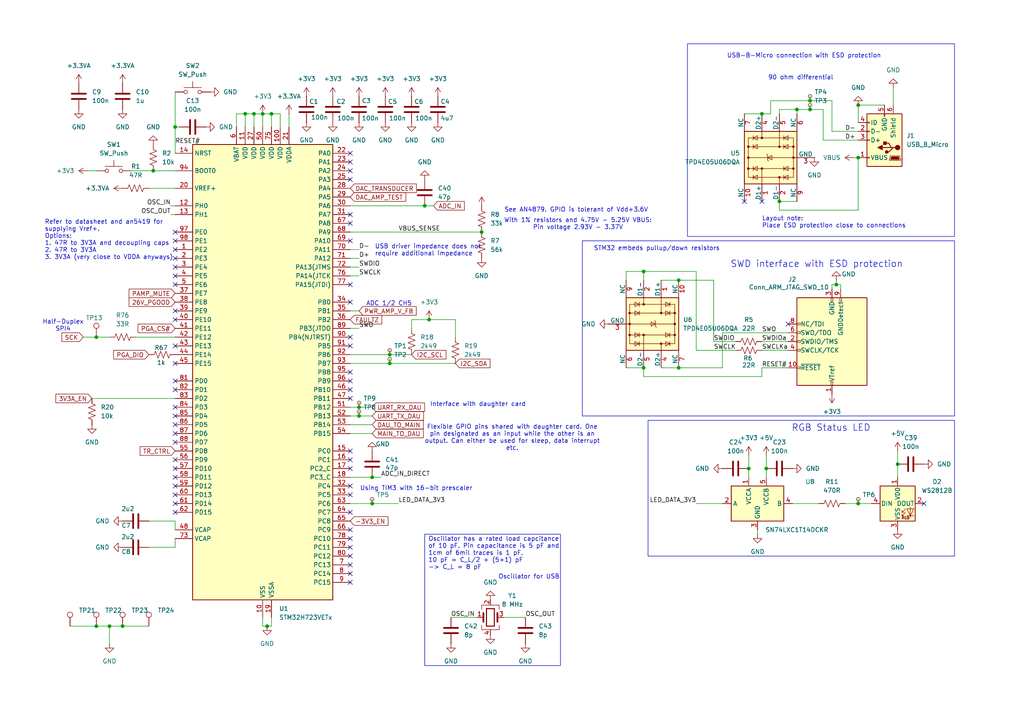
<source format=kicad_sch>
(kicad_sch (version 20231120) (generator "eeschema") (generator_version "8.0")
  (paper "A4")
  (title_block (title "Microcontroller and Associated Peripherals") (date "2025-01-17") (rev "1.3") (company "EV"))
  (junction (at 31.75 181.61))
  (junction (at 196.85 106.68))
  (junction (at 217.17 135.89))
  (junction (at 44.45 49.53))
  (junction (at 248.92 146.05))
  (junction (at 234.95 31.75))
  (junction (at 186.69 78.74))
  (junction (at 77.47 181.61))
  (junction (at 248.92 45.72))
  (junction (at 242.57 82.55))
  (junction (at 78.74 33.02))
  (junction (at 231.14 31.75))
  (junction (at 35.56 181.61))
  (junction (at 104.14 118.11))
  (junction (at 76.2 33.02))
  (junction (at 248.92 30.48))
  (junction (at 123.19 59.69))
  (junction (at 107.95 138.43))
  (junction (at 107.95 146.05))
  (junction (at 71.12 33.02))
  (junction (at 234.95 29.21))
  (junction (at 113.03 102.87))
  (junction (at 124.46 92.71))
  (junction (at 260.35 134.62))
  (junction (at 113.03 105.41))
  (junction (at 222.25 135.89))
  (junction (at 220.98 33.02))
  (junction (at 27.94 97.79))
  (junction (at 186.69 106.68))
  (junction (at 196.85 81.28))
  (junction (at 104.14 120.65))
  (junction (at 226.06 58.42))
  (junction (at 27.94 181.61))
  (junction (at 50.8 36.83))
  (junction (at 139.7 67.31))
  (junction (at 73.66 33.02))
  (no_connect (at 50.8 133.35))
  (no_connect (at 50.8 118.11))
  (no_connect (at 101.6 87.63))
  (no_connect (at 101.6 82.55))
  (no_connect (at 101.6 163.83))
  (no_connect (at 50.8 72.39))
  (no_connect (at 50.8 110.49))
  (no_connect (at 101.6 148.59))
  (no_connect (at 101.6 97.79))
  (no_connect (at 50.8 140.97))
  (no_connect (at 50.8 92.71))
  (no_connect (at 101.6 161.29))
  (no_connect (at 101.6 133.35))
  (no_connect (at 50.8 74.93))
  (no_connect (at 101.6 62.23))
  (no_connect (at 50.8 67.31))
  (no_connect (at 215.9 58.42))
  (no_connect (at 101.6 110.49))
  (no_connect (at 50.8 77.47))
  (no_connect (at 220.98 58.42))
  (no_connect (at 50.8 105.41))
  (no_connect (at 101.6 52.07))
  (no_connect (at 101.6 115.57))
  (no_connect (at 101.6 69.85))
  (no_connect (at 228.6 93.98))
  (no_connect (at 101.6 130.81))
  (no_connect (at 101.6 107.95))
  (no_connect (at 50.8 80.01))
  (no_connect (at 50.8 69.85))
  (no_connect (at 101.6 46.99))
  (no_connect (at 50.8 113.03))
  (no_connect (at 50.8 120.65))
  (no_connect (at 50.8 128.27))
  (no_connect (at 50.8 82.55))
  (no_connect (at 101.6 158.75))
  (no_connect (at 101.6 100.33))
  (no_connect (at 50.8 146.05))
  (no_connect (at 101.6 143.51))
  (no_connect (at 50.8 90.17))
  (no_connect (at 50.8 100.33))
  (no_connect (at 101.6 166.37))
  (no_connect (at 101.6 140.97))
  (no_connect (at 101.6 153.67))
  (no_connect (at 101.6 113.03))
  (no_connect (at 101.6 64.77))
  (no_connect (at 50.8 138.43))
  (no_connect (at 101.6 135.89))
  (no_connect (at 267.97 146.05))
  (no_connect (at 50.8 123.19))
  (no_connect (at 101.6 156.21))
  (no_connect (at 50.8 125.73))
  (no_connect (at 101.6 44.45))
  (no_connect (at 101.6 49.53))
  (no_connect (at 101.6 168.91))
  (no_connect (at 50.8 148.59))
  (no_connect (at 50.8 143.51))
  (no_connect (at 50.8 135.89))
  (wire (pts (xy 81.28 36.83) (xy 81.28 33.02)))
  (wire (pts (xy 107.95 123.19) (xy 101.6 123.19)))
  (wire (pts (xy 44.45 49.53) (xy 50.8 49.53)))
  (wire (pts (xy 71.12 33.02) (xy 71.12 36.83)))
  (wire (pts (xy 107.95 144.78) (xy 107.95 146.05)))
  (wire (pts (xy 73.66 36.83) (xy 73.66 33.02)))
  (wire (pts (xy 234.95 30.48) (xy 234.95 31.75)))
  (wire (pts (xy 241.3 38.1) (xy 248.92 38.1)))
  (wire (pts (xy 39.37 97.79) (xy 50.8 97.79)))
  (wire (pts (xy 217.17 132.08) (xy 217.17 135.89)))
  (wire (pts (xy 50.8 158.75) (xy 43.18 158.75)))
  (wire (pts (xy 222.25 132.08) (xy 222.25 135.89)))
  (wire (pts (xy 101.6 105.41) (xy 113.03 105.41)))
  (wire (pts (xy 259.08 25.4) (xy 259.08 30.48)))
  (wire (pts (xy 260.35 134.62) (xy 260.35 138.43)))
  (wire (pts (xy 27.94 181.61) (xy 31.75 181.61)))
  (wire (pts (xy 104.14 118.11) (xy 107.95 118.11)))
  (wire (pts (xy 181.61 78.74) (xy 186.69 78.74)))
  (wire (pts (xy 35.56 181.61) (xy 43.18 181.61)))
  (wire (pts (xy 219.71 154.94) (xy 219.71 153.67)))
  (wire (pts (xy 107.95 138.43) (xy 101.6 138.43)))
  (wire (pts (xy 101.6 59.69) (xy 123.19 59.69)))
  (wire (pts (xy 207.01 99.06) (xy 213.36 99.06)))
  (wire (pts (xy 76.2 179.07) (xy 76.2 181.61)))
  (wire (pts (xy 76.2 36.83) (xy 76.2 33.02)))
  (wire (pts (xy 50.8 153.67) (xy 50.8 151.13)))
  (wire (pts (xy 201.93 101.6) (xy 201.93 78.74)))
  (wire (pts (xy 191.77 106.68) (xy 196.85 106.68)))
  (wire (pts (xy 220.98 101.6) (xy 228.6 101.6)))
  (wire (pts (xy 68.58 33.02) (xy 71.12 33.02)))
  (wire (pts (xy 223.52 33.02) (xy 223.52 29.21)))
  (wire (pts (xy 101.6 118.11) (xy 104.14 118.11)))
  (wire (pts (xy 234.95 31.75) (xy 238.76 31.75)))
  (wire (pts (xy 226.06 58.42) (xy 226.06 60.96)))
  (wire (pts (xy 104.14 95.25) (xy 101.6 95.25)))
  (wire (pts (xy 78.74 181.61) (xy 77.47 181.61)))
  (wire (pts (xy 229.87 146.05) (xy 237.49 146.05)))
  (wire (pts (xy 107.95 146.05) (xy 101.6 146.05)))
  (wire (pts (xy 260.35 130.81) (xy 260.35 134.62)))
  (wire (pts (xy 191.77 81.28) (xy 196.85 81.28)))
  (wire (pts (xy 104.14 119.38) (xy 104.14 120.65)))
  (wire (pts (xy 241.3 82.55) (xy 242.57 82.55)))
  (wire (pts (xy 241.3 29.21) (xy 241.3 38.1)))
  (wire (pts (xy 186.69 106.68) (xy 186.69 109.22)))
  (wire (pts (xy 226.06 31.75) (xy 231.14 31.75)))
  (wire (pts (xy 231.14 31.75) (xy 231.14 33.02)))
  (wire (pts (xy 201.93 101.6) (xy 213.36 101.6)))
  (wire (pts (xy 113.03 105.41) (xy 132.08 105.41)))
  (wire (pts (xy 222.25 135.89) (xy 222.25 138.43)))
  (wire (pts (xy 31.75 181.61) (xy 35.56 181.61)))
  (wire (pts (xy 248.92 146.05) (xy 252.73 146.05)))
  (wire (pts (xy 223.52 29.21) (xy 234.95 29.21)))
  (wire (pts (xy 27.94 97.79) (xy 31.75 97.79)))
  (wire (pts (xy 201.93 78.74) (xy 186.69 78.74)))
  (wire (pts (xy 76.2 181.61) (xy 77.47 181.61)))
  (wire (pts (xy 50.8 156.21) (xy 50.8 158.75)))
  (wire (pts (xy 209.55 96.52) (xy 209.55 106.68)))
  (wire (pts (xy 207.01 81.28) (xy 207.01 99.06)))
  (wire (pts (xy 26.67 115.57) (xy 50.8 115.57)))
  (wire (pts (xy 104.14 116.84) (xy 104.14 118.11)))
  (wire (pts (xy 104.14 80.01) (xy 101.6 80.01)))
  (wire (pts (xy 209.55 106.68) (xy 196.85 106.68)))
  (wire (pts (xy 104.14 77.47) (xy 101.6 77.47)))
  (wire (pts (xy 123.19 59.69) (xy 125.73 59.69)))
  (wire (pts (xy 124.46 92.71) (xy 119.38 92.71)))
  (wire (pts (xy 226.06 33.02) (xy 226.06 31.75)))
  (wire (pts (xy 101.6 67.31) (xy 139.7 67.31)))
  (wire (pts (xy 104.14 90.17) (xy 101.6 90.17)))
  (wire (pts (xy 226.06 58.42) (xy 231.14 58.42)))
  (wire (pts (xy 119.38 92.71) (xy 119.38 95.25)))
  (wire (pts (xy 245.11 146.05) (xy 248.92 146.05)))
  (wire (pts (xy 231.14 31.75) (xy 234.95 31.75)))
  (wire (pts (xy 181.61 106.68) (xy 186.69 106.68)))
  (wire (pts (xy 215.9 33.02) (xy 220.98 33.02)))
  (wire (pts (xy 38.1 49.53) (xy 44.45 49.53)))
  (wire (pts (xy 113.03 102.87) (xy 119.38 102.87)))
  (wire (pts (xy 242.57 82.55) (xy 242.57 81.28)))
  (wire (pts (xy 50.8 36.83) (xy 50.8 44.45)))
  (wire (pts (xy 73.66 33.02) (xy 71.12 33.02)))
  (wire (pts (xy 234.95 29.21) (xy 241.3 29.21)))
  (wire (pts (xy 107.95 138.43) (xy 110.49 138.43)))
  (wire (pts (xy 132.08 97.79) (xy 132.08 92.71)))
  (wire (pts (xy 220.98 109.22) (xy 220.98 106.68)))
  (wire (pts (xy 101.6 102.87) (xy 113.03 102.87)))
  (wire (pts (xy 68.58 36.83) (xy 68.58 33.02)))
  (wire (pts (xy 248.92 144.78) (xy 248.92 146.05)))
  (wire (pts (xy 247.65 45.72) (xy 248.92 45.72)))
  (wire (pts (xy 78.74 179.07) (xy 78.74 181.61)))
  (wire (pts (xy 146.05 179.07) (xy 152.4 179.07)))
  (wire (pts (xy 107.95 125.73) (xy 101.6 125.73)))
  (wire (pts (xy 49.53 62.23) (xy 50.8 62.23)))
  (wire (pts (xy 78.74 36.83) (xy 78.74 33.02)))
  (wire (pts (xy 248.92 30.48) (xy 256.54 30.48)))
  (wire (pts (xy 220.98 99.06) (xy 228.6 99.06)))
  (wire (pts (xy 226.06 60.96) (xy 248.92 60.96)))
  (wire (pts (xy 196.85 81.28) (xy 207.01 81.28)))
  (wire (pts (xy 113.03 104.14) (xy 113.03 105.41)))
  (wire (pts (xy 31.75 186.69) (xy 31.75 181.61)))
  (wire (pts (xy 217.17 135.89) (xy 217.17 138.43)))
  (wire (pts (xy 241.3 83.82) (xy 241.3 82.55)))
  (wire (pts (xy 101.6 120.65) (xy 104.14 120.65)))
  (wire (pts (xy 43.18 54.61) (xy 50.8 54.61)))
  (wire (pts (xy 50.8 26.67) (xy 50.8 36.83)))
  (wire (pts (xy 238.76 31.75) (xy 238.76 40.64)))
  (wire (pts (xy 49.53 59.69) (xy 50.8 59.69)))
  (wire (pts (xy 238.76 40.64) (xy 248.92 40.64)))
  (wire (pts (xy 81.28 33.02) (xy 78.74 33.02)))
  (wire (pts (xy 248.92 30.48) (xy 248.92 35.56)))
  (wire (pts (xy 243.84 83.82) (xy 243.84 82.55)))
  (wire (pts (xy 234.95 27.94) (xy 234.95 29.21)))
  (wire (pts (xy 83.82 33.02) (xy 83.82 36.83)))
  (wire (pts (xy 186.69 81.28) (xy 186.69 78.74)))
  (wire (pts (xy 78.74 33.02) (xy 76.2 33.02)))
  (wire (pts (xy 181.61 81.28) (xy 181.61 78.74)))
  (wire (pts (xy 24.13 97.79) (xy 27.94 97.79)))
  (wire (pts (xy 243.84 82.55) (xy 242.57 82.55)))
  (wire (pts (xy 101.6 72.39) (xy 104.14 72.39)))
  (wire (pts (xy 50.8 36.83) (xy 52.07 36.83)))
  (wire (pts (xy 50.8 151.13) (xy 43.18 151.13)))
  (wire (pts (xy 115.57 146.05) (xy 107.95 146.05)))
  (wire (pts (xy 220.98 106.68) (xy 228.6 106.68)))
  (wire (pts (xy 76.2 33.02) (xy 73.66 33.02)))
  (wire (pts (xy 20.32 181.61) (xy 27.94 181.61)))
  (wire (pts (xy 101.6 74.93) (xy 104.14 74.93)))
  (wire (pts (xy 113.03 101.6) (xy 113.03 102.87)))
  (wire (pts (xy 27.94 49.53) (xy 25.4 49.53)))
  (wire (pts (xy 248.92 60.96) (xy 248.92 45.72)))
  (wire (pts (xy 201.93 146.05) (xy 209.55 146.05)))
  (wire (pts (xy 107.95 120.65) (xy 104.14 120.65)))
  (wire (pts (xy 130.81 179.07) (xy 138.43 179.07)))
  (wire (pts (xy 220.98 33.02) (xy 223.52 33.02)))
  (wire (pts (xy 132.08 92.71) (xy 124.46 92.71)))
  (wire (pts (xy 209.55 96.52) (xy 228.6 96.52)))
  (wire (pts (xy 186.69 109.22) (xy 220.98 109.22)))
  (rectangle (start 168.91 69.85) (end 276.86 120.65))
  (rectangle (start 199.39 12.7) (end 276.86 68.58))
  (rectangle (start 123.19 154.94) (end 162.56 193.04))
  (rectangle (start 187.96 121.92) (end 276.86 161.29))
  (text "RGB Status LED" (at 241.046 124.206 0) (effects (font (size 1.905 1.905))))
  (text "Refer to datasheet and an5419 for \nsupplying Vref+.\nOptions: \n1. 47R to 3V3A and decoupling caps\n2. 47R to 3V3A\n3. 3V3A (very close to VDDA anyways)" (at 12.954 69.596 0) (effects (font (size 1.27 1.27)) (justify left)))
  (text "USB-B-Micro connection with ESD protection" (at 210.82 16.256 0) (effects (font (size 1.27 1.27)) (justify left)))
  (text "Oscillator has a rated load capcitance\nof 10 pF. Pin capacitance is 5 pF and\n1cm of 6mil traces is 1 pF.\n10 pF = C_L/2 + (5+1) pF\n-> C_L = 8 pF" (at 124.206 160.528 0) (effects (font (size 1.27 1.27)) (justify left)))
  (text "See AN4879. GPIO is tolerant of Vdd+3.6V" (at 167.132 60.96 0) (effects (font (size 1.27 1.27))))
  (text "With 1% resistors and 4.75V - 5.25V VBUS:\nPin voltage 2.93V - 3.37V" (at 167.64 65.024 0) (effects (font (size 1.27 1.27))))
  (text "STM32 embeds pullup/down resistors" (at 190.5 72.136 0) (effects (font (size 1.27 1.27))))
  (text "Half-Duplex\nSPI4" (at 18.288 94.488 0) (effects (font (size 1.27 1.27))))
  (text "ADC 1/2 CH5" (at 106.172 88.138 0) (effects (font (size 1.27 1.27)) (justify left)))
  (text "Flexible GPIO pins shared with daughter card. One\npin designated as an input while the other is an\noutput. Can either be used for sleep, data interrupt\netc." (at 148.59 127 0) (effects (font (size 1.27 1.27))))
  (text "Interface with daughter card" (at 124.714 117.348 0) (effects (font (size 1.27 1.27)) (justify left)))
  (text "Using TIM3 with 16-bit prescaler" (at 104.394 141.732 0) (effects (font (size 1.27 1.27)) (justify left)))
  (text "90 ohm differential" (at 222.758 22.606 0) (effects (font (size 1.27 1.27)) (justify left)))
  (text "SWD interface with ESD protection" (at 211.836 76.708 0) (effects (font (size 1.905 1.905)) (justify left)))
  (text "Layout note: \nPlace ESD protection close to connections" (at 220.98 64.516 0) (effects (font (size 1.27 1.27)) (justify left)))
  (text "USB driver impedance does not \nrequire additional impedance" (at 108.712 72.644 0) (effects (font (size 1.27 1.27)) (justify left)))
  (text "Oscillator for USB" (at 144.526 167.386 0) (effects (font (size 1.27 1.27)) (justify left)))
  (label "RESET#" (at 50.8 41.91 0))
  (label "OSC_IN" (at 49.53 59.69 180))
  (label "ADC_IN_DIRECT" (at 110.49 138.43 0))
  (label "LED_DATA_3V3" (at 201.93 146.05 180))
  (label "LED_DATA_3V3" (at 115.57 146.05 0))
  (label "OSC_IN" (at 130.81 179.07 0))
  (label "RESET#" (at 220.98 106.68 0))
  (label "SWDIOa" (at 220.98 99.06 0))
  (label "OSC_OUT" (at 152.4 179.07 0))
  (label "SWO" (at 104.14 95.25 0))
  (label "OSC_OUT" (at 49.53 62.23 180))
  (label "D-" (at 245.11 38.1 0))
  (label "D+" (at 245.11 40.64 0))
  (label "VBUS_SENSE" (at 115.57 67.31 0))
  (label "SWO" (at 220.98 96.52 0))
  (label "SWCLKa" (at 220.98 101.6 0))
  (label "SWCLK" (at 104.14 80.01 0))
  (label "D-" (at 104.14 72.39 0))
  (label "SWDIO" (at 104.14 77.47 0))
  (label "D+" (at 104.14 74.93 0))
  (label "SWDIO" (at 207.01 99.06 0))
  (label "SWCLK" (at 207.01 101.6 0))
  (global_label "PAMP_MUTE" (shape input) (at 50.8 85.09 180) (property "Intersheetrefs" "${INTERSHEET_REFS}" (effects (hide yes))))
  (global_label "DAC_TRANSDUCER" (shape input) (at 101.6 54.61 0) (property "Intersheetrefs" "${INTERSHEET_REFS}" (effects (hide yes))))
  (global_label "DAU_TO_MAIN" (shape input) (at 107.95 123.19 0) (property "Intersheetrefs" "${INTERSHEET_REFS}" (effects (hide yes))))
  (global_label "MAIN_TO_DAU" (shape input) (at 107.95 125.73 0) (property "Intersheetrefs" "${INTERSHEET_REFS}" (effects (hide yes))))
  (global_label "SCK" (shape input) (at 24.13 97.79 180) (property "Intersheetrefs" "${INTERSHEET_REFS}" (effects (hide yes))))
  (global_label "UART_RX_DAU" (shape input) (at 107.95 118.11 0) (property "Intersheetrefs" "${INTERSHEET_REFS}" (effects (hide yes))))
  (global_label "DAC_AMP_TEST" (shape input) (at 101.6 57.15 0) (property "Intersheetrefs" "${INTERSHEET_REFS}" (effects (hide yes))))
  (global_label "FAULTZ" (shape input) (at 101.6 92.71 0) (property "Intersheetrefs" "${INTERSHEET_REFS}" (effects (hide yes))))
  (global_label "UART_TX_DAU" (shape input) (at 107.95 120.65 0) (property "Intersheetrefs" "${INTERSHEET_REFS}" (effects (hide yes))))
  (global_label "PGA_DIO" (shape input) (at 43.18 102.87 180) (property "Intersheetrefs" "${INTERSHEET_REFS}" (effects (hide yes))))
  (global_label "TR_CTRL" (shape input) (at 50.8 130.81 180) (property "Intersheetrefs" "${INTERSHEET_REFS}" (effects (hide yes))))
  (global_label "PGA_CS#" (shape input) (at 50.8 95.25 180) (property "Intersheetrefs" "${INTERSHEET_REFS}" (effects (hide yes))))
  (global_label "I2C_SDA" (shape input) (at 132.08 105.41 0) (property "Intersheetrefs" "${INTERSHEET_REFS}" (effects (hide yes))))
  (global_label "PWR_AMP_V_FB" (shape input) (at 104.14 90.17 0) (property "Intersheetrefs" "${INTERSHEET_REFS}" (effects (hide yes))))
  (global_label "-3V3_EN" (shape input) (at 101.6 151.13 0) (property "Intersheetrefs" "${INTERSHEET_REFS}" (effects (hide yes))))
  (global_label "26V_PGOOD" (shape input) (at 50.8 87.63 180) (property "Intersheetrefs" "${INTERSHEET_REFS}" (effects (hide yes))))
  (global_label "3V3A_EN" (shape input) (at 26.67 115.57 180) (property "Intersheetrefs" "${INTERSHEET_REFS}" (effects (hide yes))))
  (global_label "ADC_IN" (shape input) (at 125.73 59.69 0) (property "Intersheetrefs" "${INTERSHEET_REFS}" (effects (hide yes))))
  (global_label "I2C_SCL" (shape input) (at 119.38 102.87 0) (property "Intersheetrefs" "${INTERSHEET_REFS}" (effects (hide yes))))
  (symbol (lib_id "power:GND") (at 35.56 31.75 0) (unit 1)
    (property "Reference" "#PWR021" (effects (hide yes)))
    (property "Value" "GND" (at 35.56 36.83 0))
    (property "Description" "Power symbol creates a global label with name \"GND\" , ground" (effects (hide yes)))
  )
  (symbol (lib_id "UAM_symbols:C") (at 130.81 182.88 0) (unit 1)
    (property "Reference" "C42" (at 134.62 181.6099 0) (effects (justify left)))
    (property "Value" "8p" (at 134.62 184.1499 0) (effects (justify left)))
    (property "Footprint" "Capacitor_SMD:C_0603_1608Metric_Pad1.08x0.95mm_HandSolder" (effects (hide yes)))
    (property "Description" "Unpolarized capacitor" (effects (hide yes)))
  )
  (symbol (lib_id "power:GND") (at 259.08 25.4 180) (unit 1)
    (property "Reference" "#PWR026" (effects (hide yes)))
    (property "Value" "GND" (at 259.08 20.32 0))
    (property "Description" "Power symbol creates a global label with name \"GND\" , ground" (effects (hide yes)))
  )
  (symbol (lib_id "UAM_symbols:C") (at 111.76 31.75 0) (unit 1)
    (property "Reference" "C5" (at 112.522 29.464 0) (effects (justify left)))
    (property "Value" "100n" (at 112.776 34.29 0) (effects (justify left)))
    (property "Footprint" "Capacitor_SMD:C_0603_1608Metric_Pad1.08x0.95mm_HandSolder" (effects (hide yes)))
    (property "Description" "Unpolarized capacitor" (effects (hide yes)))
  )
  (symbol (lib_id "UAM_symbols:C") (at 107.95 134.62 0) (unit 1)
    (property "Reference" "C41" (at 111.76 133.3499 0) (effects (justify left)))
    (property "Value" "47p" (at 111.76 135.636 0) (effects (justify left)))
    (property "Footprint" "Capacitor_SMD:C_0603_1608Metric_Pad1.08x0.95mm_HandSolder" (effects (hide yes)))
    (property "Description" "Unpolarized capacitor" (effects (hide yes)))
  )
  (symbol (lib_id "UAM_symbols:SW_Push") (at 33.02 49.53 0) (unit 1)
    (property "Reference" "SW1" (at 33.02 41.91 0))
    (property "Value" "SW_Push" (at 33.02 44.45 0))
    (property "Footprint" "Switches:EVP-AWED4A (3.00mm x 2.00mm)" (effects (hide yes)))
    (property "Description" "Push button switch, generic, two pins" (effects (hide yes)))
  )
  (symbol (lib_id "power:GND") (at 31.75 186.69 0) (unit 1)
    (property "Reference" "#PWR0170" (effects (hide yes)))
    (property "Value" "GND" (at 31.75 191.77 0))
    (property "Description" "Power symbol creates a global label with name \"GND\" , ground" (effects (hide yes)))
  )
  (symbol (lib_id "UAM_symbols:TestPoint_Small") (at 113.03 101.6 0) (unit 1)
    (property "Reference" "TP1" (at 114.3 100.3299 0) (effects (justify left)))
    (property "Value" "TestPoint_Small" (effects (hide yes)))
    (property "Footprint" "TestPoint:TestPoint_Pad_D1.0mm" (effects (hide yes)))
    (property "Description" "test point" (effects (hide yes)))
  )
  (symbol (lib_id "UAM_symbols:C") (at 226.06 135.89 90) (unit 1)
    (property "Reference" "C23" (at 226.06 128.27 90))
    (property "Value" "100n" (at 226.06 130.81 90))
    (property "Footprint" "Capacitor_SMD:C_0603_1608Metric_Pad1.08x0.95mm_HandSolder" (effects (hide yes)))
    (property "Description" "Unpolarized capacitor" (effects (hide yes)))
  )
  (symbol (lib_id "UAM_symbols:R_US") (at 139.7 71.12 0) (unit 1)
    (property "Reference" "R7" (at 142.24 69.8499 0) (effects (justify left)))
    (property "Value" "56k" (at 142.24 72.3899 0) (effects (justify left)))
    (property "Footprint" "Resistor_SMD:R_0603_1608Metric_Pad0.98x0.95mm_HandSolder" (effects (hide yes)))
    (property "Description" "Resistor, US symbol" (effects (hide yes)))
  )
  (symbol (lib_id "UAM_symbols:TestPoint") (at 27.94 97.79 0) (unit 1)
    (property "Reference" "TP13" (at 24.892 92.202 0) (effects (justify left)))
    (property "Value" "TestPoint" (effects (hide yes)))
    (property "Footprint" "TestPoint:TestPoint_Pad_D1.0mm" (effects (hide yes)))
    (property "Description" "test point" (effects (hide yes)))
  )
  (symbol (lib_id "UAM_symbols:TestPoint") (at 20.32 181.61 0) (unit 1)
    (property "Reference" "TP21" (at 22.86 177.0379 0) (effects (justify left)))
    (property "Value" "TestPoint" (effects (hide yes)))
    (property "Footprint" "TestPoint:TestPoint_Pad_D1.0mm" (effects (hide yes)))
    (property "Description" "test point" (effects (hide yes)))
  )
  (symbol (lib_id "power:GND") (at 119.38 35.56 0) (unit 1)
    (property "Reference" "#PWR013" (effects (hide yes)))
    (property "Value" "GND" (at 119.38 40.64 0))
    (property "Description" "Power symbol creates a global label with name \"GND\" , ground" (effects (hide yes)))
  )
  (symbol (lib_id "power:GND") (at 260.35 153.67 0) (unit 1)
    (property "Reference" "#PWR068" (effects (hide yes)))
    (property "Value" "GND" (at 260.35 158.75 0))
    (property "Description" "Power symbol creates a global label with name \"GND\" , ground" (effects (hide yes)))
  )
  (symbol (lib_id "UAM_symbols:R_US") (at 39.37 54.61 270) (unit 1)
    (property "Reference" "R1" (at 39.37 48.26 90))
    (property "Value" "47R" (at 39.37 50.8 90))
    (property "Footprint" "Resistor_SMD:R_0603_1608Metric_Pad0.98x0.95mm_HandSolder" (effects (hide yes)))
    (property "Description" "Resistor, US symbol" (effects (hide yes)))
  )
  (symbol (lib_id "UAM_symbols:R_US") (at 139.7 63.5 0) (unit 1)
    (property "Reference" "R8" (at 142.24 62.2299 0) (effects (justify left)))
    (property "Value" "33k" (at 142.24 64.7699 0) (effects (justify left)))
    (property "Footprint" "Resistor_SMD:R_0603_1608Metric_Pad0.98x0.95mm_HandSolder" (effects (hide yes)))
    (property "Description" "Resistor, US symbol" (effects (hide yes)))
  )
  (symbol (lib_id "UAM_symbols:Crystal_GND24") (at 142.24 179.07 0) (unit 1)
    (property "Reference" "Y1" (at 148.59 172.7514 0))
    (property "Value" "8 MHz" (at 148.59 175.2914 0))
    (property "Footprint" "Crystal:Crystal_SMD_5032-4Pin_5.0x3.2mm" (effects (hide yes)))
    (property "Description" "ECS-80-10-30B-CWN-TR" (effects (hide yes)))
  )
  (symbol (lib_id "power:+3V3") (at 111.76 27.94 0) (unit 1)
    (property "Reference" "#PWR010" (effects (hide yes)))
    (property "Value" "+3V3" (at 111.76 22.86 0))
    (property "Description" "Power symbol creates a global label with name \"+3V3\"" (effects (hide yes)))
  )
  (symbol (lib_id "UAM_symbols:WS2812B") (at 260.35 146.05 0) (unit 1)
    (property "Reference" "D2" (at 271.78 139.7314 0))
    (property "Value" "WS2812B" (at 271.78 142.2714 0))
    (property "Footprint" "LED_SMD:LED_WS2812B_PLCC4_5.0x5.0mm_P3.2mm" (effects (hide yes)))
    (property "Datasheet" "https://cdn-shop.adafruit.com/datasheets/WS2812B.pdf" (effects (hide yes)))
    (property "Description" "RGB LED with integrated controller" (effects (hide yes)))
  )
  (symbol (lib_id "UAM_symbols:STM32H723VETx") (at 76.2 107.95 0) (unit 1)
    (property "Reference" "U1" (at 80.9341 176.53 0) (effects (justify left)))
    (property "Value" "STM32H723VETx" (at 80.9341 179.07 0) (effects (justify left)))
    (property "Footprint" "Package_QFP:LQFP-100_14x14mm_P0.5mm" (effects (hide yes)))
    (property "Datasheet" "https://www.st.com/resource/en/datasheet/stm32h723ve.pdf" (effects (hide yes)))
    (property "Description" "STMicroelectronics Arm Cortex-M7 MCU, 512KB flash, 564KB RAM, 550 MHz, 1.71-3.6V, 82 GPIO, LQFP100" (effects (hide yes)))
  )
  (symbol (lib_id "UAM_symbols:C") (at 55.88 36.83 90) (unit 1)
    (property "Reference" "C13" (at 55.88 29.21 90))
    (property "Value" "100n" (at 55.88 31.75 90))
    (property "Footprint" "Capacitor_SMD:C_0603_1608Metric_Pad1.08x0.95mm_HandSolder" (effects (hide yes)))
    (property "Description" "Unpolarized capacitor" (effects (hide yes)))
  )
  (symbol (lib_id "power:+5V") (at 260.35 130.81 0) (unit 1)
    (property "Reference" "#PWR069" (effects (hide yes)))
    (property "Value" "+5V" (at 260.35 125.73 0))
    (property "Description" "Power symbol creates a global label with name \"+5V\"" (effects (hide yes)))
  )
  (symbol (lib_id "UAM_symbols:TestPoint_Small") (at 234.95 30.48 0) (unit 1)
    (property "Reference" "TP3" (at 236.22 29.2099 0) (effects (justify left)))
    (property "Value" "TestPoint_Small" (effects (hide yes)))
    (property "Footprint" "TestPoint:TestPoint_Pad_D1.0mm" (effects (hide yes)))
    (property "Description" "test point" (effects (hide yes)))
  )
  (symbol (lib_id "UAM_symbols:C") (at 22.86 27.94 0) (unit 1)
    (property "Reference" "C9" (at 26.67 26.6699 0) (effects (justify left)))
    (property "Value" "100n" (at 26.67 29.2099 0) (effects (justify left)))
    (property "Footprint" "Capacitor_SMD:C_0603_1608Metric_Pad1.08x0.95mm_HandSolder" (effects (hide yes)))
    (property "Description" "Unpolarized capacitor" (effects (hide yes)))
  )
  (symbol (lib_id "power:GND") (at 242.57 81.28 180) (unit 1)
    (property "Reference" "#PWR032" (effects (hide yes)))
    (property "Value" "GND" (at 246.126 79.502 0))
    (property "Description" "Power symbol creates a global label with name \"GND\" , ground" (effects (hide yes)))
  )
  (symbol (lib_id "power:GND") (at 77.47 181.61 0) (unit 1)
    (property "Reference" "#PWR014" (effects (hide yes)))
    (property "Value" "GND" (at 77.47 186.69 0))
    (property "Description" "Power symbol creates a global label with name \"GND\" , ground" (effects (hide yes)))
  )
  (symbol (lib_id "power:+3V3") (at 127 27.94 0) (unit 1)
    (property "Reference" "#PWR08" (effects (hide yes)))
    (property "Value" "+3V3" (at 127 22.86 0))
    (property "Description" "Power symbol creates a global label with name \"+3V3\"" (effects (hide yes)))
  )
  (symbol (lib_id "power:GND") (at 22.86 31.75 0) (unit 1)
    (property "Reference" "#PWR019" (effects (hide yes)))
    (property "Value" "GND" (at 22.86 36.83 0))
    (property "Description" "Power symbol creates a global label with name \"GND\" , ground" (effects (hide yes)))
  )
  (symbol (lib_id "UAM_symbols:SW_Push") (at 55.88 26.67 0) (unit 1)
    (property "Reference" "SW2" (at 55.88 19.05 0))
    (property "Value" "SW_Push" (at 55.88 21.59 0))
    (property "Footprint" "Switches:EVP-AWED4A (3.00mm x 2.00mm)" (effects (hide yes)))
    (property "Description" "Push button switch, generic, two pins" (effects (hide yes)))
  )
  (symbol (lib_id "power:GND") (at 176.53 93.98 270) (unit 1)
    (property "Reference" "#PWR064" (effects (hide yes)))
    (property "Value" "GND" (at 172.72 93.9799 90) (effects (justify right)))
    (property "Description" "Power symbol creates a global label with name \"GND\" , ground" (effects (hide yes)))
  )
  (symbol (lib_id "UAM_symbols:C") (at 213.36 135.89 90) (unit 1)
    (property "Reference" "C24" (at 213.36 128.27 90))
    (property "Value" "100n" (at 213.36 130.81 90))
    (property "Footprint" "Capacitor_SMD:C_0603_1608Metric_Pad1.08x0.95mm_HandSolder" (effects (hide yes)))
    (property "Description" "Unpolarized capacitor" (effects (hide yes)))
  )
  (symbol (lib_id "UAM_symbols:Conn_ARM_JTAG_SWD_10") (at 241.3 99.06 180) (unit 1)
    (property "Reference" "J2" (at 228.6 81.026 0) (effects (justify right)))
    (property "Value" "Conn_ARM_JTAG_SWD_10" (at 217.17 83.312 0) (effects (justify right)))
    (property "Footprint" "Connector_PinHeader_1.27mm:PinHeader_2x05_P1.27mm_Vertical" (effects (hide yes)))
    (property "Datasheet" "http://infocenter.arm.com/help/topic/com.arm.doc.ddi0314h/DDI0314H_coresight_components_trm.pdf" (effects (hide yes)))
    (property "Description" "Cortex Debug Connector, standard ARM Cortex-M SWD and JTAG interface" (effects (hide yes)))
  )
  (symbol (lib_id "UAM_symbols:USB_B_Micro") (at 256.54 40.64 180) (unit 1)
    (property "Reference" "J1" (at 262.89 39.3699 0) (effects (justify right)))
    (property "Value" "USB_B_Micro" (at 262.89 41.9099 0) (effects (justify right)))
    (property "Footprint" "Connector_USB:USB_Micro-B_Amphenol_10118193-0001LF_Horizontal" (effects (hide yes)))
    (property "Description" "USB Micro Type B connector" (effects (hide yes)))
  )
  (symbol (lib_id "power:+3V3") (at 96.52 27.94 0) (unit 1)
    (property "Reference" "#PWR04" (effects (hide yes)))
    (property "Value" "+3V3" (at 96.52 22.86 0))
    (property "Description" "Power symbol creates a global label with name \"+3V3\"" (effects (hide yes)))
  )
  (symbol (lib_id "power:+3.3VA") (at 35.56 54.61 90) (unit 1)
    (property "Reference" "#PWR022" (effects (hide yes)))
    (property "Value" "+3.3VA" (at 31.75 54.6099 90) (effects (justify left)))
    (property "Description" "Power symbol creates a global label with name \"+3.3VA\"" (effects (hide yes)))
  )
  (symbol (lib_id "power:+3V3") (at 88.9 27.94 0) (unit 1)
    (property "Reference" "#PWR02" (effects (hide yes)))
    (property "Value" "+3V3" (at 88.9 22.86 0))
    (property "Description" "Power symbol creates a global label with name \"+3V3\"" (effects (hide yes)))
  )
  (symbol (lib_id "power:GND") (at 248.92 30.48 180) (unit 1)
    (property "Reference" "#PWR028" (effects (hide yes)))
    (property "Value" "GND" (at 248.92 25.4 0))
    (property "Description" "Power symbol creates a global label with name \"GND\" , ground" (effects (hide yes)))
  )
  (symbol (lib_id "UAM_symbols:C") (at 35.56 27.94 0) (unit 1)
    (property "Reference" "C10" (at 39.37 26.6699 0) (effects (justify left)))
    (property "Value" "1u" (at 39.37 29.2099 0) (effects (justify left)))
    (property "Footprint" "Capacitor_SMD:C_0603_1608Metric_Pad1.08x0.95mm_HandSolder" (effects (hide yes)))
    (property "Description" "Unpolarized capacitor" (effects (hide yes)))
  )
  (symbol (lib_id "power:GND") (at 142.24 173.99 180) (unit 1)
    (property "Reference" "#PWR082" (effects (hide yes)))
    (property "Value" "GND" (at 142.24 168.91 0))
    (property "Description" "Power symbol creates a global label with name \"GND\" , ground" (effects (hide yes)))
  )
  (symbol (lib_id "UAM_symbols:R_US") (at 26.67 119.38 180) (unit 1)
    (property "Reference" "R20" (at 29.21 118.1099 0) (effects (justify right)))
    (property "Value" "10k" (at 29.21 120.6499 0) (effects (justify right)))
    (property "Footprint" "Resistor_SMD:R_0603_1608Metric_Pad0.98x0.95mm_HandSolder" (effects (hide yes)))
    (property "Description" "Resistor, US symbol" (effects (hide yes)))
  )
  (symbol (lib_id "UAM_symbols:C") (at 88.9 31.75 0) (unit 1)
    (property "Reference" "C1" (at 89.662 29.464 0) (effects (justify left)))
    (property "Value" "100n" (at 90.17 34.036 0) (effects (justify left)))
    (property "Footprint" "Capacitor_SMD:C_0603_1608Metric_Pad1.08x0.95mm_HandSolder" (effects (hide yes)))
    (property "Description" "Unpolarized capacitor" (effects (hide yes)))
  )
  (symbol (lib_id "UAM_symbols:TestPoint") (at 35.56 181.61 0) (unit 1)
    (property "Reference" "TP23" (at 38.1 177.0379 0) (effects (justify left)))
    (property "Value" "TestPoint" (effects (hide yes)))
    (property "Footprint" "TestPoint:TestPoint_Pad_D1.0mm" (effects (hide yes)))
    (property "Description" "test point" (effects (hide yes)))
  )
  (symbol (lib_id "UAM_symbols:C") (at 127 31.75 0) (unit 1)
    (property "Reference" "C4" (at 127.762 29.464 0) (effects (justify left)))
    (property "Value" "4u7" (at 127.762 34.29 0) (effects (justify left)))
    (property "Footprint" "Capacitor_SMD:C_0603_1608Metric_Pad1.08x0.95mm_HandSolder" (effects (hide yes)))
    (property "Description" "Unpolarized capacitor" (effects (hide yes)))
  )
  (symbol (lib_id "UAM_symbols:C") (at 264.16 134.62 90) (unit 1)
    (property "Reference" "C39" (at 264.16 127 90))
    (property "Value" "100n" (at 264.16 129.54 90))
    (property "Footprint" "Capacitor_SMD:C_0603_1608Metric_Pad1.08x0.95mm_HandSolder" (effects (hide yes)))
    (property "Description" "Unpolarized capacitor" (effects (hide yes)))
  )
  (symbol (lib_id "UAM_symbols:R_US") (at 35.56 97.79 90) (unit 1)
    (property "Reference" "R76" (at 35.56 91.44 90))
    (property "Value" "33R" (at 35.56 93.98 90))
    (property "Footprint" "Resistor_SMD:R_0603_1608Metric_Pad0.98x0.95mm_HandSolder" (effects (hide yes)))
    (property "Description" "Resistor, US symbol" (effects (hide yes)))
  )
  (symbol (lib_id "UAM_symbols:R_US") (at 44.45 45.72 0) (unit 1)
    (property "Reference" "R2" (at 46.99 44.4499 0) (effects (justify left)))
    (property "Value" "10k" (at 46.99 46.9899 0) (effects (justify left)))
    (property "Footprint" "Resistor_SMD:R_0603_1608Metric_Pad0.98x0.95mm_HandSolder" (effects (hide yes)))
    (property "Description" "Resistor, US symbol" (effects (hide yes)))
  )
  (symbol (lib_id "power:+3.3VA") (at 35.56 24.13 0) (unit 1)
    (property "Reference" "#PWR020" (effects (hide yes)))
    (property "Value" "+3.3VA" (at 35.56 19.05 0))
    (property "Description" "Power symbol creates a global label with name \"+3.3VA\"" (effects (hide yes)))
  )
  (symbol (lib_id "power:GND") (at 88.9 35.56 0) (unit 1)
    (property "Reference" "#PWR03" (effects (hide yes)))
    (property "Value" "GND" (at 88.9 40.64 0))
    (property "Description" "Power symbol creates a global label with name \"GND\" , ground" (effects (hide yes)))
  )
  (symbol (lib_id "power:+3V3") (at 76.2 33.02 0) (unit 1)
    (property "Reference" "#PWR01" (effects (hide yes)))
    (property "Value" "+3V3" (at 76.2 27.94 0))
    (property "Description" "Power symbol creates a global label with name \"+3V3\"" (effects (hide yes)))
  )
  (symbol (lib_id "power:+3V3") (at 25.4 49.53 90) (unit 1)
    (property "Reference" "#PWR027" (effects (hide yes)))
    (property "Value" "+3V3" (at 21.59 49.5299 90) (effects (justify left)))
    (property "Description" "Power symbol creates a global label with name \"+3V3\"" (effects (hide yes)))
  )
  (symbol (lib_id "power:VBUS") (at 139.7 59.69 0) (unit 1)
    (property "Reference" "#PWR031" (effects (hide yes)))
    (property "Value" "VBUS" (effects (hide yes)))
    (property "Description" "Power symbol creates a global label with name \"VBUS\"" (effects (hide yes)))
  )
  (symbol (lib_id "power:+5V") (at 222.25 132.08 0) (unit 1)
    (property "Reference" "#PWR046" (effects (hide yes)))
    (property "Value" "+5V" (at 222.25 127 0))
    (property "Description" "Power symbol creates a global label with name \"+5V\"" (effects (hide yes)))
  )
  (symbol (lib_id "power:GND") (at 60.96 26.67 90) (unit 1)
    (property "Reference" "#PWR034" (effects (hide yes)))
    (property "Value" "GND" (at 64.77 26.6699 90) (effects (justify right)))
    (property "Description" "Power symbol creates a global label with name \"GND\" , ground" (effects (hide yes)))
  )
  (symbol (lib_id "power:VBUS") (at 247.65 45.72 90) (unit 1)
    (property "Reference" "#PWR029" (effects (hide yes)))
    (property "Value" "VBUS" (at 243.84 45.7199 90) (effects (justify left)))
    (property "Description" "Power symbol creates a global label with name \"VBUS\"" (effects (hide yes)))
  )
  (symbol (lib_id "power:GND") (at 35.56 158.75 270) (unit 1)
    (property "Reference" "#PWR016" (effects (hide yes)))
    (property "Value" "GND" (at 31.75 158.7499 90) (effects (justify right)))
    (property "Description" "Power symbol creates a global label with name \"GND\" , ground" (effects (hide yes)))
  )
  (symbol (lib_id "power:+3V3") (at 104.14 27.94 0) (unit 1)
    (property "Reference" "#PWR06" (effects (hide yes)))
    (property "Value" "+3V3" (at 104.14 22.86 0))
    (property "Description" "Power symbol creates a global label with name \"+3V3\"" (effects (hide yes)))
  )
  (symbol (lib_id "UAM_symbols:R_US") (at 241.3 146.05 90) (unit 1)
    (property "Reference" "R11" (at 241.3 139.7 90))
    (property "Value" "470R" (at 241.3 142.24 90))
    (property "Footprint" "Resistor_SMD:R_0603_1608Metric_Pad0.98x0.95mm_HandSolder" (effects (hide yes)))
    (property "Description" "Resistor, US symbol" (effects (hide yes)))
  )
  (symbol (lib_id "power:GND") (at 152.4 186.69 0) (unit 1)
    (property "Reference" "#PWR084" (effects (hide yes)))
    (property "Value" "GND" (at 152.4 191.77 0))
    (property "Description" "Power symbol creates a global label with name \"GND\" , ground" (effects (hide yes)))
  )
  (symbol (lib_id "UAM_symbols:TPD4E05U06DQA") (at 189.23 93.98 270) (unit 1)
    (property "Reference" "U6" (at 198.12 92.7099 90) (effects (justify left)))
    (property "Value" "TPD4E05U06DQA" (at 198.12 95.2499 90) (effects (justify left)))
    (property "Footprint" "Package_SON:USON-10_2.5x1.0mm_P0.5mm" (effects (hide yes)))
    (property "Datasheet" "https://www.ti.com/lit/ds/symlink/tpd4e05u06.pdf" (effects (hide yes)))
    (property "Description" "4-Channel ESD Protection for Super-Speed USB 3.0 Interface, USON-10" (effects (hide yes)))
  )
  (symbol (lib_id "power:GND") (at 229.87 135.89 90) (unit 1)
    (property "Reference" "#PWR066" (effects (hide yes)))
    (property "Value" "GND" (at 233.68 135.8899 90) (effects (justify right)))
    (property "Description" "Power symbol creates a global label with name \"GND\" , ground" (effects (hide yes)))
  )
  (symbol (lib_id "UAM_symbols:C") (at 39.37 158.75 90) (unit 1)
    (property "Reference" "C8" (at 36.576 160.02 90))
    (property "Value" "2u2" (at 37.084 155.702 90))
    (property "Footprint" "Capacitor_SMD:C_0603_1608Metric_Pad1.08x0.95mm_HandSolder" (effects (hide yes)))
    (property "Description" "Unpolarized capacitor" (effects (hide yes)))
    (property "ESR" "< 100" (effects (hide yes)))
  )
  (symbol (lib_id "power:GND") (at 130.81 186.69 0) (unit 1)
    (property "Reference" "#PWR083" (effects (hide yes)))
    (property "Value" "GND" (at 130.81 191.77 0))
    (property "Description" "Power symbol creates a global label with name \"GND\" , ground" (effects (hide yes)))
  )
  (symbol (lib_id "UAM_symbols:TestPoint_Small") (at 234.95 27.94 0) (unit 1)
    (property "Reference" "TP4" (at 236.22 26.6699 0) (effects (justify left)))
    (property "Value" "TestPoint_Small" (effects (hide yes)))
    (property "Footprint" "TestPoint:TestPoint_Pad_D1.0mm" (effects (hide yes)))
    (property "Description" "test point" (effects (hide yes)))
  )
  (symbol (lib_id "power:GND") (at 267.97 134.62 90) (unit 1)
    (property "Reference" "#PWR070" (effects (hide yes)))
    (property "Value" "GND" (at 271.78 134.6199 90) (effects (justify right)))
    (property "Description" "Power symbol creates a global label with name \"GND\" , ground" (effects (hide yes)))
  )
  (symbol (lib_id "power:GND") (at 96.52 35.56 0) (unit 1)
    (property "Reference" "#PWR05" (effects (hide yes)))
    (property "Value" "GND" (at 96.52 40.64 0))
    (property "Description" "Power symbol creates a global label with name \"GND\" , ground" (effects (hide yes)))
  )
  (symbol (lib_id "power:GND") (at 26.67 123.19 0) (unit 1)
    (property "Reference" "#PWR065" (effects (hide yes)))
    (property "Value" "GND" (at 26.67 128.27 0))
    (property "Description" "Power symbol creates a global label with name \"GND\" , ground" (effects (hide yes)))
  )
  (symbol (lib_id "UAM_symbols:R_US") (at 132.08 101.6 0) (unit 1)
    (property "Reference" "R19" (at 134.62 100.3299 0) (effects (justify left)))
    (property "Value" "2k49" (at 134.62 102.8699 0) (effects (justify left)))
    (property "Footprint" "Resistor_SMD:R_0603_1608Metric_Pad0.98x0.95mm_HandSolder" (effects (hide yes)))
    (property "Description" "Resistor, US symbol" (effects (hide yes)))
  )
  (symbol (lib_id "power:GND") (at 209.55 135.89 270) (unit 1)
    (property "Reference" "#PWR067" (effects (hide yes)))
    (property "Value" "GND" (at 205.74 135.8899 90) (effects (justify right)))
    (property "Description" "Power symbol creates a global label with name \"GND\" , ground" (effects (hide yes)))
  )
  (symbol (lib_id "power:GND") (at 236.22 45.72 0) (unit 1)
    (property "Reference" "#PWR048" (effects (hide yes)))
    (property "Value" "GND" (at 236.22 50.8 0))
    (property "Description" "Power symbol creates a global label with name \"GND\" , ground" (effects (hide yes)))
  )
  (symbol (lib_id "UAM_symbols:C") (at 123.19 55.88 0) (unit 1)
    (property "Reference" "C40" (at 127 54.6099 0) (effects (justify left)))
    (property "Value" "47p" (at 127 57.1499 0) (effects (justify left)))
    (property "Footprint" "Capacitor_SMD:C_0603_1608Metric_Pad1.08x0.95mm_HandSolder" (effects (hide yes)))
    (property "Description" "Unpolarized capacitor" (effects (hide yes)))
  )
  (symbol (lib_id "power:+3V3") (at 241.3 114.3 180) (unit 1)
    (property "Reference" "#PWR033" (effects (hide yes)))
    (property "Value" "+3V3" (at 241.3 119.38 0))
    (property "Description" "Power symbol creates a global label with name \"+3V3\"" (effects (hide yes)))
  )
  (symbol (lib_id "power:+3V3") (at 124.46 92.71 0) (unit 1)
    (property "Reference" "#PWR058" (effects (hide yes)))
    (property "Value" "+3V3" (at 124.46 87.63 0))
    (property "Description" "Power symbol creates a global label with name \"+3V3\"" (effects (hide yes)))
  )
  (symbol (lib_id "power:GND") (at 107.95 130.81 180) (unit 1)
    (property "Reference" "#PWR080" (effects (hide yes)))
    (property "Value" "GND" (at 110.998 128.778 0))
    (property "Description" "Power symbol creates a global label with name \"GND\" , ground" (effects (hide yes)))
  )
  (symbol (lib_id "UAM_symbols:SN74AUP1T34DCK") (at 219.71 146.05 0) (unit 1)
    (property "Reference" "U8" (at 234.95 139.7314 0))
    (property "Value" "SN74LXC1T14DCKR" (at 231.14 153.67 0))
    (property "Footprint" "Package_TO_SOT_SMD:SOT-353_SC-70-5" (effects (hide yes)))
    (property "Datasheet" "http://www.ti.com/lit/ds/symlink/sn74aup1t34.pdf" (effects (hide yes)))
    (property "Description" "1-Bit Unidirectional Voltage-Level Translator, SC-70" (effects (hide yes)))
  )
  (symbol (lib_id "UAM_symbols:TestPoint_Small") (at 104.14 116.84 0) (unit 1)
    (property "Reference" "TP9" (at 105.41 115.5699 0) (effects (justify left)))
    (property "Value" "TestPoint_Small" (effects (hide yes)))
    (property "Footprint" "TestPoint:TestPoint_Pad_D1.0mm" (effects (hide yes)))
    (property "Description" "test point" (effects (hide yes)))
  )
  (symbol (lib_id "power:GND") (at 139.7 74.93 0) (unit 1)
    (property "Reference" "#PWR030" (effects (hide yes)))
    (property "Value" "GND" (at 139.7 80.01 0))
    (property "Description" "Power symbol creates a global label with name \"GND\" , ground" (effects (hide yes)))
  )
  (symbol (lib_id "power:GND") (at 44.45 41.91 180) (unit 1)
    (property "Reference" "#PWR025" (effects (hide yes)))
    (property "Value" "GND" (at 44.45 36.83 0))
    (property "Description" "Power symbol creates a global label with name \"GND\" , ground" (effects (hide yes)))
  )
  (symbol (lib_id "power:+3V3") (at 217.17 132.08 0) (unit 1)
    (property "Reference" "#PWR045" (effects (hide yes)))
    (property "Value" "+3V3" (at 217.17 127 0))
    (property "Description" "Power symbol creates a global label with name \"+3V3\"" (effects (hide yes)))
  )
  (symbol (lib_id "UAM_symbols:TestPoint_Small") (at 248.92 144.78 0) (unit 1)
    (property "Reference" "TP6" (at 250.19 143.5099 0) (effects (justify left)))
    (property "Value" "TestPoint_Small" (effects (hide yes)))
    (property "Footprint" "TestPoint:TestPoint_Pad_D1.0mm" (effects (hide yes)))
    (property "Description" "test point" (effects (hide yes)))
  )
  (symbol (lib_id "UAM_symbols:R_US") (at 46.99 102.87 90) (unit 1)
    (property "Reference" "R67" (at 46.736 100.838 90))
    (property "Value" "1k" (at 46.736 105.156 90))
    (property "Footprint" "Resistor_SMD:R_0603_1608Metric_Pad0.98x0.95mm_HandSolder" (effects (hide yes)))
    (property "Description" "Resistor, US symbol" (effects (hide yes)))
  )
  (symbol (lib_id "power:+3V3") (at 119.38 27.94 0) (unit 1)
    (property "Reference" "#PWR012" (effects (hide yes)))
    (property "Value" "+3V3" (at 119.38 22.86 0))
    (property "Description" "Power symbol creates a global label with name \"+3V3\"" (effects (hide yes)))
  )
  (symbol (lib_id "power:GND") (at 142.24 184.15 0) (unit 1)
    (property "Reference" "#PWR081" (effects (hide yes)))
    (property "Value" "GND" (at 142.24 189.23 0))
    (property "Description" "Power symbol creates a global label with name \"GND\" , ground" (effects (hide yes)))
  )
  (symbol (lib_id "power:GND") (at 35.56 151.13 270) (unit 1)
    (property "Reference" "#PWR015" (effects (hide yes)))
    (property "Value" "GND" (at 31.75 151.1299 90) (effects (justify right)))
    (property "Description" "Power symbol creates a global label with name \"GND\" , ground" (effects (hide yes)))
  )
  (symbol (lib_id "UAM_symbols:TPD4E05U06DQA") (at 223.52 45.72 90) (unit 1)
    (property "Reference" "U5" (at 214.63 44.4499 90) (effects (justify left)))
    (property "Value" "TPD4E05U06DQA" (at 214.63 46.9899 90) (effects (justify left)))
    (property "Footprint" "Package_SON:USON-10_2.5x1.0mm_P0.5mm" (effects (hide yes)))
    (property "Datasheet" "https://www.ti.com/lit/ds/symlink/tpd4e05u06.pdf" (effects (hide yes)))
    (property "Description" "4-Channel ESD Protection for Super-Speed USB 3.0 Interface, USON-10" (effects (hide yes)))
  )
  (symbol (lib_id "UAM_symbols:C") (at 96.52 31.75 0) (unit 1)
    (property "Reference" "C2" (at 97.536 29.464 0) (effects (justify left)))
    (property "Value" "100n" (at 97.79 34.29 0) (effects (justify left)))
    (property "Footprint" "Capacitor_SMD:C_0603_1608Metric_Pad1.08x0.95mm_HandSolder" (effects (hide yes)))
    (property "Description" "Unpolarized capacitor" (effects (hide yes)))
  )
  (symbol (lib_id "UAM_symbols:C") (at 39.37 151.13 90) (unit 1)
    (property "Reference" "C7" (at 36.576 152.4 90))
    (property "Value" "2u2" (at 37.084 147.574 90))
    (property "Footprint" "Capacitor_SMD:C_0603_1608Metric_Pad1.08x0.95mm_HandSolder" (effects (hide yes)))
    (property "Description" "Unpolarized capacitor" (effects (hide yes)))
    (property "ESR" "<100" (effects (hide yes)))
  )
  (symbol (lib_id "UAM_symbols:C") (at 104.14 31.75 0) (unit 1)
    (property "Reference" "C3" (at 104.902 29.21 0) (effects (justify left)))
    (property "Value" "100n" (at 104.902 34.29 0) (effects (justify left)))
    (property "Footprint" "Capacitor_SMD:C_0603_1608Metric_Pad1.08x0.95mm_HandSolder" (effects (hide yes)))
    (property "Description" "Unpolarized capacitor" (effects (hide yes)))
  )
  (symbol (lib_id "power:GND") (at 219.71 154.94 0) (unit 1)
    (property "Reference" "#PWR044" (effects (hide yes)))
    (property "Value" "GND" (at 219.71 160.02 0))
    (property "Description" "Power symbol creates a global label with name \"GND\" , ground" (effects (hide yes)))
  )
  (symbol (lib_id "power:GND") (at 104.14 35.56 0) (unit 1)
    (property "Reference" "#PWR07" (effects (hide yes)))
    (property "Value" "GND" (at 104.14 40.64 0))
    (property "Description" "Power symbol creates a global label with name \"GND\" , ground" (effects (hide yes)))
  )
  (symbol (lib_id "UAM_symbols:TestPoint_Small") (at 107.95 144.78 0) (unit 1)
    (property "Reference" "TP5" (at 109.22 143.5099 0) (effects (justify left)))
    (property "Value" "TestPoint_Small" (effects (hide yes)))
    (property "Footprint" "TestPoint:TestPoint_Pad_D1.0mm" (effects (hide yes)))
    (property "Description" "test point" (effects (hide yes)))
  )
  (symbol (lib_id "UAM_symbols:TestPoint_Small") (at 104.14 119.38 0) (unit 1)
    (property "Reference" "TP8" (at 105.41 118.1099 0) (effects (justify left)))
    (property "Value" "TestPoint_Small" (effects (hide yes)))
    (property "Footprint" "TestPoint:TestPoint_Pad_D1.0mm" (effects (hide yes)))
    (property "Description" "test point" (effects (hide yes)))
  )
  (symbol (lib_id "UAM_symbols:R_US") (at 217.17 101.6 90) (unit 1)
    (property "Reference" "R6" (at 216.916 103.886 90))
    (property "Value" "22R" (at 217.17 105.918 90))
    (property "Footprint" "Resistor_SMD:R_0603_1608Metric_Pad0.98x0.95mm_HandSolder" (effects (hide yes)))
    (property "Description" "Resistor, US symbol" (effects (hide yes)))
  )
  (symbol (lib_id "power:+3.3VA") (at 83.82 33.02 0) (unit 1)
    (property "Reference" "#PWR017" (effects (hide yes)))
    (property "Value" "+3.3VA" (at 83.82 27.94 0))
    (property "Description" "Power symbol creates a global label with name \"+3.3VA\"" (effects (hide yes)))
  )
  (symbol (lib_id "UAM_symbols:C") (at 152.4 182.88 0) (unit 1)
    (property "Reference" "C43" (at 156.21 181.6099 0) (effects (justify left)))
    (property "Value" "8p" (at 156.21 184.1499 0) (effects (justify left)))
    (property "Footprint" "Capacitor_SMD:C_0603_1608Metric_Pad1.08x0.95mm_HandSolder" (effects (hide yes)))
    (property "Description" "Unpolarized capacitor" (effects (hide yes)))
  )
  (symbol (lib_id "UAM_symbols:TestPoint_Small") (at 113.03 104.14 0) (unit 1)
    (property "Reference" "TP2" (at 114.3 102.8699 0) (effects (justify left)))
    (property "Value" "TestPoint_Small" (effects (hide yes)))
    (property "Footprint" "TestPoint:TestPoint_Pad_D1.0mm" (effects (hide yes)))
    (property "Description" "test point" (effects (hide yes)))
  )
  (symbol (lib_id "power:GND") (at 123.19 52.07 180) (unit 1)
    (property "Reference" "#PWR079" (effects (hide yes)))
    (property "Value" "GND" (at 123.19 46.99 0))
    (property "Description" "Power symbol creates a global label with name \"GND\" , ground" (effects (hide yes)))
  )
  (symbol (lib_id "UAM_symbols:R_US") (at 119.38 99.06 0) (unit 1)
    (property "Reference" "R18" (at 121.92 97.7899 0) (effects (justify left)))
    (property "Value" "2k49" (at 121.92 100.3299 0) (effects (justify left)))
    (property "Footprint" "Resistor_SMD:R_0603_1608Metric_Pad0.98x0.95mm_HandSolder" (effects (hide yes)))
    (property "Description" "Resistor, US symbol" (effects (hide yes)))
  )
  (symbol (lib_id "UAM_symbols:TestPoint") (at 43.18 181.61 0) (unit 1)
    (property "Reference" "TP24" (at 45.72 177.0379 0) (effects (justify left)))
    (property "Value" "TestPoint" (effects (hide yes)))
    (property "Footprint" "TestPoint:TestPoint_Pad_D1.0mm" (effects (hide yes)))
    (property "Description" "test point" (effects (hide yes)))
  )
  (symbol (lib_id "UAM_symbols:C") (at 119.38 31.75 0) (unit 1)
    (property "Reference" "C6" (at 120.142 29.464 0) (effects (justify left)))
    (property "Value" "100n" (at 120.396 34.29 0) (effects (justify left)))
    (property "Footprint" "Capacitor_SMD:C_0603_1608Metric_Pad1.08x0.95mm_HandSolder" (effects (hide yes)))
    (property "Description" "Unpolarized capacitor" (effects (hide yes)))
  )
  (symbol (lib_id "UAM_symbols:TestPoint") (at 27.94 181.61 0) (unit 1)
    (property "Reference" "TP22" (at 30.48 177.0379 0) (effects (justify left)))
    (property "Value" "TestPoint" (effects (hide yes)))
    (property "Footprint" "TestPoint:TestPoint_Pad_D1.0mm" (effects (hide yes)))
    (property "Description" "test point" (effects (hide yes)))
  )
  (symbol (lib_id "power:+3.3VA") (at 22.86 24.13 0) (unit 1)
    (property "Reference" "#PWR018" (effects (hide yes)))
    (property "Value" "+3.3VA" (at 22.86 19.05 0))
    (property "Description" "Power symbol creates a global label with name \"+3.3VA\"" (effects (hide yes)))
  )
  (symbol (lib_id "power:GND") (at 59.69 36.83 90) (unit 1)
    (property "Reference" "#PWR024" (effects (hide yes)))
    (property "Value" "GND" (at 63.5 36.8299 90) (effects (justify right)))
    (property "Description" "Power symbol creates a global label with name \"GND\" , ground" (effects (hide yes)))
  )
  (symbol (lib_id "power:GND") (at 127 35.56 0) (unit 1)
    (property "Reference" "#PWR09" (effects (hide yes)))
    (property "Value" "GND" (at 127 40.64 0))
    (property "Description" "Power symbol creates a global label with name \"GND\" , ground" (effects (hide yes)))
  )
  (symbol (lib_id "power:GND") (at 111.76 35.56 0) (unit 1)
    (property "Reference" "#PWR011" (effects (hide yes)))
    (property "Value" "GND" (at 111.76 40.64 0))
    (property "Description" "Power symbol creates a global label with name \"GND\" , ground" (effects (hide yes)))
  )
  (symbol (lib_id "UAM_symbols:R_US") (at 217.17 99.06 90) (unit 1)
    (property "Reference" "R5" (at 217.17 92.71 90))
    (property "Value" "22R" (at 217.17 95.25 90))
    (property "Footprint" "Resistor_SMD:R_0603_1608Metric_Pad0.98x0.95mm_HandSolder" (effects (hide yes)))
    (property "Description" "Resistor, US symbol" (effects (hide yes)))
  )
)
</source>
